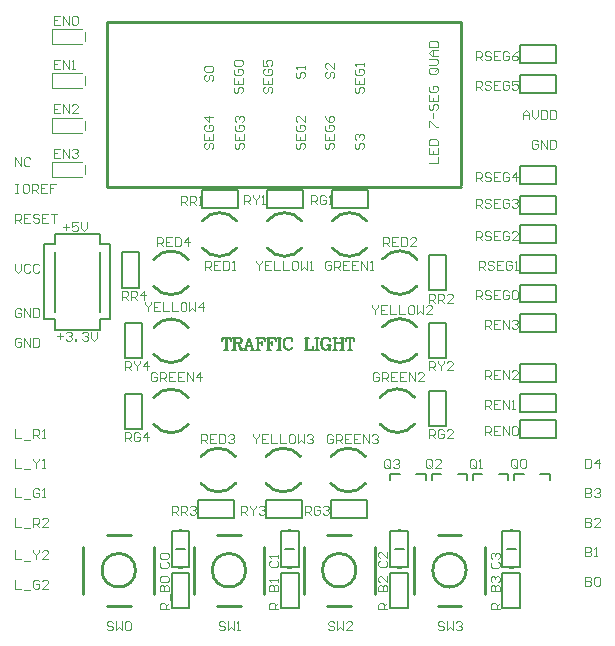
<source format=gto>
G04*
G04 #@! TF.GenerationSoftware,Altium Limited,Altium Designer,18.1.6 (161)*
G04*
G04 Layer_Color=65535*
%FSTAX24Y24*%
%MOIN*%
G70*
G01*
G75*
%ADD10C,0.0050*%
%ADD11C,0.0100*%
%ADD12C,0.0080*%
%ADD13C,0.0079*%
%ADD14C,0.0039*%
%ADD15C,0.0040*%
%ADD16C,0.0070*%
D10*
X046129Y022925D02*
G03*
X045734Y022925I-000197J-000493D01*
G01*
Y021741D02*
G03*
X046129Y021741I000197J000493D01*
G01*
X035105Y022925D02*
G03*
X03471Y022925I-000197J-000493D01*
G01*
Y021741D02*
G03*
X035105Y021741I000197J000493D01*
G01*
X042389Y022925D02*
G03*
X041994Y022925I-000197J-000493D01*
G01*
Y021741D02*
G03*
X042389Y021741I000197J000493D01*
G01*
X038747Y022925D02*
G03*
X038352Y022925I-000197J-000493D01*
G01*
Y021741D02*
G03*
X038747Y021741I000197J000493D01*
G01*
X045636Y021742D02*
X046227D01*
X045636Y022923D02*
X046227D01*
X045636Y021742D02*
Y022923D01*
X046227Y021742D02*
Y022923D01*
X045781Y022333D02*
X046082D01*
X034613Y021742D02*
X035203D01*
X034613Y022923D02*
X035203D01*
X034613Y021742D02*
Y022923D01*
X035203Y021742D02*
Y022923D01*
X034758Y022333D02*
X035058D01*
X041896Y021742D02*
X042487D01*
X041896Y022923D02*
X042487D01*
X041896Y021742D02*
Y022923D01*
X042487Y021742D02*
Y022923D01*
X042041Y022333D02*
X042341D01*
X038254Y021742D02*
X038845D01*
X038254Y022923D02*
X038845D01*
X038254Y021742D02*
Y022923D01*
X038845Y021742D02*
Y022923D01*
X0384Y022333D02*
X0387D01*
X047408Y029577D02*
Y030167D01*
X046227Y029577D02*
Y030167D01*
Y029577D02*
X047408D01*
X046227Y030167D02*
X047408D01*
Y027904D02*
Y028494D01*
X046227Y027904D02*
Y028494D01*
Y027904D02*
X047408D01*
X046227Y028494D02*
X047408D01*
Y026919D02*
Y02751D01*
X046227Y026919D02*
Y02751D01*
Y026919D02*
X047408D01*
X046227Y02751D02*
X047408D01*
Y026033D02*
Y026624D01*
X046227Y026033D02*
Y026624D01*
Y026033D02*
X047408D01*
X046227Y026624D02*
X047408D01*
Y038533D02*
Y039124D01*
X046227Y038533D02*
Y039124D01*
Y038533D02*
X047408D01*
X046227Y039124D02*
X047408D01*
Y034498D02*
Y035089D01*
X046227Y034498D02*
Y035089D01*
Y034498D02*
X047408D01*
X046227Y035089D02*
X047408D01*
Y037549D02*
Y03814D01*
X046227Y037549D02*
Y03814D01*
Y037549D02*
X047408D01*
X046227Y03814D02*
X047408D01*
Y03253D02*
Y03312D01*
X046227Y03253D02*
Y03312D01*
Y03253D02*
X047408D01*
X046227Y03312D02*
X047408D01*
Y031545D02*
Y032136D01*
X046227Y031545D02*
Y032136D01*
Y031545D02*
X047408D01*
X046227Y032136D02*
X047408D01*
Y030561D02*
Y031152D01*
X046227Y030561D02*
Y031152D01*
Y030561D02*
X047408D01*
X046227Y031152D02*
X047408D01*
Y033514D02*
Y034104D01*
X046227Y033514D02*
Y034104D01*
Y033514D02*
X047408D01*
X046227Y034104D02*
X047408D01*
X035498Y023376D02*
Y023967D01*
X03668Y023376D02*
Y023967D01*
X035498D02*
X03668D01*
X035498Y023376D02*
X03668D01*
X037762D02*
Y023967D01*
X038943Y023376D02*
Y023967D01*
X037762D02*
X038943D01*
X037762Y023376D02*
X038943D01*
X039928D02*
Y023967D01*
X041109Y023376D02*
Y023967D01*
X039928D02*
X041109D01*
X039928Y023376D02*
X041109D01*
X043176Y027608D02*
X043766D01*
X043176Y026427D02*
X043766D01*
Y027608D01*
X043176Y026427D02*
Y027608D01*
Y029872D02*
X043766D01*
X043176Y028691D02*
X043766D01*
Y029872D01*
X043176Y028691D02*
Y029872D01*
Y032136D02*
X043766D01*
X043176Y030955D02*
X043766D01*
Y032136D01*
X043176Y030955D02*
Y032136D01*
X033038Y02751D02*
X033628D01*
X033038Y026329D02*
X033628D01*
Y02751D01*
X033038Y026329D02*
Y02751D01*
Y029872D02*
X033628D01*
X033038Y028691D02*
X033628D01*
Y029872D01*
X033038Y028691D02*
Y029872D01*
X032939Y032226D02*
X03353D01*
X032939Y031045D02*
X03353D01*
Y032226D01*
X032939Y031045D02*
Y032226D01*
X035636Y033711D02*
Y034301D01*
X036817Y033711D02*
Y034301D01*
X035636D02*
X036817D01*
X035636Y033711D02*
X036817D01*
X037802D02*
Y034301D01*
X038983Y033711D02*
Y034301D01*
X037802D02*
X038983D01*
X037802Y033711D02*
X038983D01*
X039967D02*
Y034301D01*
X041148Y033711D02*
Y034301D01*
X039967D02*
X041148D01*
X039967Y033711D02*
X041148D01*
X045636Y021545D02*
X046227D01*
X045636Y020364D02*
X046227D01*
Y021545D01*
X045636Y020364D02*
Y021545D01*
X041896D02*
X042487D01*
X041896Y020364D02*
X042487D01*
Y021545D01*
X041896Y020364D02*
Y021545D01*
X038254D02*
X038845D01*
X038254Y020364D02*
X038845D01*
Y021545D01*
X038254Y020364D02*
Y021545D01*
X034613D02*
X035203D01*
X034613Y020364D02*
X035203D01*
Y021545D01*
X034613Y020364D02*
Y021545D01*
D11*
X037752Y024524D02*
G03*
X038905Y024523I000577J000446D01*
G01*
X038903Y02542D02*
G03*
X037757Y025421I-000574J-00045D01*
G01*
X041641Y028836D02*
G03*
X042787Y028835I000574J00045D01*
G01*
X042792Y029732D02*
G03*
X041639Y029733I-000577J-000446D01*
G01*
X035163Y029727D02*
G03*
X034017Y029728I-000574J-00045D01*
G01*
X034012Y028831D02*
G03*
X035165Y02883I000577J000446D01*
G01*
X038942Y03327D02*
G03*
X037796Y033272I-000574J-00045D01*
G01*
X037792Y032375D02*
G03*
X038944Y032373I000577J000446D01*
G01*
X036737Y02542D02*
G03*
X035591Y025421I-000574J-00045D01*
G01*
X035587Y024524D02*
G03*
X036739Y024523I000577J000446D01*
G01*
X041641Y0311D02*
G03*
X042787Y031098I000574J00045D01*
G01*
X042792Y031995D02*
G03*
X041639Y031997I-000577J-000446D01*
G01*
X035163Y031991D02*
G03*
X034017Y031992I-000574J-00045D01*
G01*
X034012Y031095D02*
G03*
X035165Y031094I000577J000446D01*
G01*
X036777Y03327D02*
G03*
X035631Y033272I-000574J-00045D01*
G01*
X035627Y032375D02*
G03*
X036779Y032373I000577J000446D01*
G01*
X041068Y02542D02*
G03*
X039922Y025421I-000574J-00045D01*
G01*
X039918Y024524D02*
G03*
X04107Y024523I000577J000446D01*
G01*
X041555Y026498D02*
G03*
X042701Y026496I000574J00045D01*
G01*
X042705Y027393D02*
G03*
X041553Y027394I-000577J-000446D01*
G01*
X035163Y027388D02*
G03*
X034017Y02739I-000574J-00045D01*
G01*
X034012Y026493D02*
G03*
X035165Y026491I000577J000446D01*
G01*
X041108Y03327D02*
G03*
X039961Y033272I-000574J-00045D01*
G01*
X039957Y032375D02*
G03*
X041109Y032373I000577J000446D01*
G01*
X044428Y021628D02*
G03*
X044428Y021628I-000559J0D01*
G01*
X040753Y021628D02*
G03*
X040753Y021628I-000559J0D01*
G01*
X037078D02*
G03*
X037078Y021628I-000559J0D01*
G01*
X033404Y021628D02*
G03*
X033404Y021628I-000559J0D01*
G01*
X043475Y020447D02*
X044262D01*
X042687Y020841D02*
Y022415D01*
X04505Y020841D02*
Y022415D01*
X043475Y022809D02*
X044262D01*
X0398Y020447D02*
X040588D01*
X039013Y020841D02*
Y022415D01*
X041375Y020841D02*
Y022415D01*
X0398Y022809D02*
X040588D01*
X036126Y020447D02*
X036913D01*
X035338Y020841D02*
Y022415D01*
X037701Y020841D02*
Y022415D01*
X036126Y022809D02*
X036913D01*
X032451Y020447D02*
X033239D01*
X031664Y020841D02*
Y022415D01*
X034026Y020841D02*
Y022415D01*
X032451Y022809D02*
X033239D01*
X032447Y039892D02*
X044258D01*
Y034459D02*
Y039892D01*
X032447Y034419D02*
X044258Y034419D01*
X032447Y034419D02*
Y039892D01*
D12*
X030713Y03025D02*
Y03225D01*
X032213Y03025D02*
Y03225D01*
X030713Y03285D02*
X032213D01*
X030713Y0325D02*
Y03285D01*
X030363Y0325D02*
X030713D01*
X030363Y03D02*
Y0325D01*
Y03D02*
X030713D01*
Y02965D02*
Y03D01*
Y02965D02*
X032213D01*
Y03D01*
X032563D01*
Y0325D01*
X032213D02*
X032563D01*
X032213D02*
Y03285D01*
D13*
X046896Y024833D02*
X047211D01*
Y024636D02*
Y024833D01*
X04603D02*
X046345D01*
X04603Y024636D02*
Y024833D01*
X042762D02*
X043077D01*
Y024636D02*
Y024833D01*
X041896D02*
X042211D01*
X041896Y024636D02*
Y024833D01*
X04414Y024833D02*
X044455D01*
Y024636D02*
Y024833D01*
X043274D02*
X043589D01*
X043274Y024636D02*
Y024833D01*
X045518Y024833D02*
X045833D01*
Y024636D02*
Y024833D01*
X044652D02*
X044967D01*
X044652Y024636D02*
Y024833D01*
D14*
X031718Y03484D02*
Y03514D01*
X030618Y03474D02*
X031618D01*
X030618Y03524D02*
X031618D01*
X030618Y03474D02*
Y03524D01*
X031718Y036317D02*
Y036617D01*
X030618Y036217D02*
X031618D01*
X030618Y036717D02*
X031618D01*
X030618Y036217D02*
Y036717D01*
X031718Y037793D02*
Y038093D01*
X030618Y037693D02*
X031618D01*
X030618Y038193D02*
X031618D01*
X030618Y037693D02*
Y038193D01*
X031718Y039269D02*
Y039569D01*
X030618Y039169D02*
X031618D01*
X030618Y039669D02*
X031618D01*
X030618Y039169D02*
Y039669D01*
D15*
X029396Y033219D02*
Y033518D01*
X029546D01*
X029596Y033468D01*
Y033368D01*
X029546Y033318D01*
X029396D01*
X029496D02*
X029596Y033219D01*
X029896Y033518D02*
X029696D01*
Y033219D01*
X029896D01*
X029696Y033368D02*
X029796D01*
X030196Y033468D02*
X030146Y033518D01*
X030046D01*
X029996Y033468D01*
Y033418D01*
X030046Y033368D01*
X030146D01*
X030196Y033318D01*
Y033268D01*
X030146Y033219D01*
X030046D01*
X029996Y033268D01*
X030496Y033518D02*
X030296D01*
Y033219D01*
X030496D01*
X030296Y033368D02*
X030396D01*
X030596Y033518D02*
X030796D01*
X030696D01*
Y033219D01*
X029596Y029335D02*
X029546Y029385D01*
X029446D01*
X029396Y029335D01*
Y029135D01*
X029446Y029085D01*
X029546D01*
X029596Y029135D01*
Y029235D01*
X029496D01*
X029696Y029085D02*
Y029385D01*
X029896Y029085D01*
Y029385D01*
X029996D02*
Y029085D01*
X030146D01*
X030196Y029135D01*
Y029335D01*
X030146Y029385D01*
X029996D01*
X029596Y030319D02*
X029546Y030369D01*
X029446D01*
X029396Y030319D01*
Y030119D01*
X029446Y030069D01*
X029546D01*
X029596Y030119D01*
Y030219D01*
X029496D01*
X029696Y030069D02*
Y030369D01*
X029896Y030069D01*
Y030369D01*
X029996D02*
Y030069D01*
X030146D01*
X030196Y030119D01*
Y030319D01*
X030146Y030369D01*
X029996D01*
X030774Y029431D02*
X030974D01*
X030874Y029531D02*
Y029331D01*
X031074Y029531D02*
X031124Y029581D01*
X031224D01*
X031274Y029531D01*
Y029481D01*
X031224Y029431D01*
X031174D01*
X031224D01*
X031274Y029381D01*
Y029331D01*
X031224Y029281D01*
X031124D01*
X031074Y029331D01*
X031374Y029281D02*
Y029331D01*
X031424D01*
Y029281D01*
X031374D01*
X031624Y029531D02*
X031674Y029581D01*
X031774D01*
X031824Y029531D01*
Y029481D01*
X031774Y029431D01*
X031724D01*
X031774D01*
X031824Y029381D01*
Y029331D01*
X031774Y029281D01*
X031674D01*
X031624Y029331D01*
X031924Y029581D02*
Y029381D01*
X032024Y029281D01*
X032124Y029381D01*
Y029581D01*
X029396Y034503D02*
X029496D01*
X029446D01*
Y034203D01*
X029396D01*
X029496D01*
X029796Y034503D02*
X029696D01*
X029646Y034453D01*
Y034253D01*
X029696Y034203D01*
X029796D01*
X029846Y034253D01*
Y034453D01*
X029796Y034503D01*
X029946Y034203D02*
Y034503D01*
X030096D01*
X030146Y034453D01*
Y034353D01*
X030096Y034303D01*
X029946D01*
X030046D02*
X030146Y034203D01*
X030446Y034503D02*
X030246D01*
Y034203D01*
X030446D01*
X030246Y034353D02*
X030346D01*
X030746Y034503D02*
X030546D01*
Y034353D01*
X030646D01*
X030546D01*
Y034203D01*
X029396Y035089D02*
Y035388D01*
X029596Y035089D01*
Y035388D01*
X029896Y035338D02*
X029846Y035388D01*
X029746D01*
X029696Y035338D01*
Y035139D01*
X029746Y035089D01*
X029846D01*
X029896Y035139D01*
X046325Y036663D02*
Y036863D01*
X046425Y036963D01*
X046525Y036863D01*
Y036663D01*
Y036813D01*
X046325D01*
X046625Y036963D02*
Y036763D01*
X046725Y036663D01*
X046825Y036763D01*
Y036963D01*
X046925D02*
Y036663D01*
X047075D01*
X047125Y036713D01*
Y036913D01*
X047075Y036963D01*
X046925D01*
X047225D02*
Y036663D01*
X047375D01*
X047425Y036713D01*
Y036913D01*
X047375Y036963D01*
X047225D01*
X048392Y025349D02*
Y025049D01*
X048542D01*
X048592Y025099D01*
Y025299D01*
X048542Y025349D01*
X048392D01*
X048842Y025049D02*
Y025349D01*
X048692Y025199D01*
X048892D01*
X04682Y035929D02*
X04677Y035979D01*
X04667D01*
X04662Y035929D01*
Y035729D01*
X04667Y035679D01*
X04677D01*
X04682Y035729D01*
Y035829D01*
X04672D01*
X04692Y035679D02*
Y035979D01*
X04712Y035679D01*
Y035979D01*
X04722D02*
Y035679D01*
X04737D01*
X04742Y035729D01*
Y035929D01*
X04737Y035979D01*
X04722D01*
X048392Y021412D02*
Y021112D01*
X048542D01*
X048592Y021162D01*
Y021212D01*
X048542Y021262D01*
X048392D01*
X048542D01*
X048592Y021312D01*
Y021362D01*
X048542Y021412D01*
X048392D01*
X048692Y021362D02*
X048742Y021412D01*
X048842D01*
X048892Y021362D01*
Y021162D01*
X048842Y021112D01*
X048742D01*
X048692Y021162D01*
Y021362D01*
X048392Y022396D02*
Y022096D01*
X048542D01*
X048592Y022146D01*
Y022196D01*
X048542Y022246D01*
X048392D01*
X048542D01*
X048592Y022296D01*
Y022346D01*
X048542Y022396D01*
X048392D01*
X048692Y022096D02*
X048792D01*
X048742D01*
Y022396D01*
X048692Y022346D01*
X048392Y023381D02*
Y023081D01*
X048542D01*
X048592Y023131D01*
Y023181D01*
X048542Y023231D01*
X048392D01*
X048542D01*
X048592Y023281D01*
Y023331D01*
X048542Y023381D01*
X048392D01*
X048892Y023081D02*
X048692D01*
X048892Y023281D01*
Y023331D01*
X048842Y023381D01*
X048742D01*
X048692Y023331D01*
X048392Y024365D02*
Y024065D01*
X048542D01*
X048592Y024115D01*
Y024165D01*
X048542Y024215D01*
X048392D01*
X048542D01*
X048592Y024265D01*
Y024315D01*
X048542Y024365D01*
X048392D01*
X048692Y024315D02*
X048742Y024365D01*
X048842D01*
X048892Y024315D01*
Y024265D01*
X048842Y024215D01*
X048792D01*
X048842D01*
X048892Y024165D01*
Y024115D01*
X048842Y024065D01*
X048742D01*
X048692Y024115D01*
X030971Y033073D02*
X031171D01*
X031071Y033173D02*
Y032973D01*
X031471Y033223D02*
X031271D01*
Y033073D01*
X031371Y033123D01*
X031421D01*
X031471Y033073D01*
Y032973D01*
X031421Y032923D01*
X031321D01*
X031271Y032973D01*
X031571Y033223D02*
Y033023D01*
X031671Y032923D01*
X031771Y033023D01*
Y033223D01*
X029396Y026333D02*
Y026033D01*
X029596D01*
X029696Y025983D02*
X029896D01*
X029996Y026033D02*
Y026333D01*
X030146D01*
X030196Y026283D01*
Y026183D01*
X030146Y026133D01*
X029996D01*
X030096D02*
X030196Y026033D01*
X030296D02*
X030396D01*
X030346D01*
Y026333D01*
X030296Y026283D01*
X029396Y025349D02*
Y025049D01*
X029596D01*
X029696Y024999D02*
X029896D01*
X029996Y025349D02*
Y025299D01*
X030096Y025199D01*
X030196Y025299D01*
Y025349D01*
X030096Y025199D02*
Y025049D01*
X030296D02*
X030396D01*
X030346D01*
Y025349D01*
X030296Y025299D01*
X029396Y024365D02*
Y024065D01*
X029596D01*
X029696Y024015D02*
X029896D01*
X030196Y024315D02*
X030146Y024365D01*
X030046D01*
X029996Y024315D01*
Y024115D01*
X030046Y024065D01*
X030146D01*
X030196Y024115D01*
Y024215D01*
X030096D01*
X030296Y024065D02*
X030396D01*
X030346D01*
Y024365D01*
X030296Y024315D01*
X029396Y023381D02*
Y023081D01*
X029596D01*
X029696Y023031D02*
X029896D01*
X029996Y023081D02*
Y023381D01*
X030146D01*
X030196Y023331D01*
Y023231D01*
X030146Y023181D01*
X029996D01*
X030096D02*
X030196Y023081D01*
X030496D02*
X030296D01*
X030496Y023281D01*
Y023331D01*
X030446Y023381D01*
X030346D01*
X030296Y023331D01*
X029396Y022298D02*
Y021998D01*
X029596D01*
X029696Y021948D02*
X029896D01*
X029996Y022298D02*
Y022248D01*
X030096Y022148D01*
X030196Y022248D01*
Y022298D01*
X030096Y022148D02*
Y021998D01*
X030496D02*
X030296D01*
X030496Y022198D01*
Y022248D01*
X030446Y022298D01*
X030346D01*
X030296Y022248D01*
X029396Y021314D02*
Y021014D01*
X029596D01*
X029696Y020964D02*
X029896D01*
X030196Y021264D02*
X030146Y021314D01*
X030046D01*
X029996Y021264D01*
Y021064D01*
X030046Y021014D01*
X030146D01*
X030196Y021064D01*
Y021164D01*
X030096D01*
X030496Y021014D02*
X030296D01*
X030496Y021214D01*
Y021264D01*
X030446Y021314D01*
X030346D01*
X030296Y021264D01*
X039776Y038241D02*
X039726Y038191D01*
Y038091D01*
X039776Y038041D01*
X039826D01*
X039876Y038091D01*
Y038191D01*
X039926Y038241D01*
X039976D01*
X040026Y038191D01*
Y038091D01*
X039976Y038041D01*
X040026Y038541D02*
Y038341D01*
X039826Y038541D01*
X039776D01*
X039726Y038491D01*
Y038391D01*
X039776Y038341D01*
X038792Y038241D02*
X038742Y038191D01*
Y038091D01*
X038792Y038041D01*
X038842D01*
X038892Y038091D01*
Y038191D01*
X038942Y038241D01*
X038992D01*
X039042Y038191D01*
Y038091D01*
X038992Y038041D01*
X039042Y038341D02*
Y038441D01*
Y038391D01*
X038742D01*
X038792Y038341D01*
X037709Y037749D02*
X037659Y037699D01*
Y037599D01*
X037709Y037549D01*
X037759D01*
X037809Y037599D01*
Y037699D01*
X037859Y037749D01*
X037909D01*
X037959Y037699D01*
Y037599D01*
X037909Y037549D01*
X037659Y038049D02*
Y037849D01*
X037959D01*
Y038049D01*
X037809Y037849D02*
Y037949D01*
X037709Y038349D02*
X037659Y038299D01*
Y038199D01*
X037709Y038149D01*
X037909D01*
X037959Y038199D01*
Y038299D01*
X037909Y038349D01*
X037809D01*
Y038249D01*
X037659Y038649D02*
Y038449D01*
X037809D01*
X037759Y038549D01*
Y038599D01*
X037809Y038649D01*
X037909D01*
X037959Y038599D01*
Y038499D01*
X037909Y038449D01*
X036725Y037749D02*
X036675Y037699D01*
Y037599D01*
X036725Y037549D01*
X036775D01*
X036825Y037599D01*
Y037699D01*
X036875Y037749D01*
X036925D01*
X036975Y037699D01*
Y037599D01*
X036925Y037549D01*
X036675Y038049D02*
Y037849D01*
X036975D01*
Y038049D01*
X036825Y037849D02*
Y037949D01*
X036725Y038349D02*
X036675Y038299D01*
Y038199D01*
X036725Y038149D01*
X036925D01*
X036975Y038199D01*
Y038299D01*
X036925Y038349D01*
X036825D01*
Y038249D01*
X036725Y038449D02*
X036675Y038499D01*
Y038599D01*
X036725Y038649D01*
X036925D01*
X036975Y038599D01*
Y038499D01*
X036925Y038449D01*
X036725D01*
X035741Y038143D02*
X035691Y038093D01*
Y037993D01*
X035741Y037943D01*
X035791D01*
X035841Y037993D01*
Y038093D01*
X035891Y038143D01*
X035941D01*
X035991Y038093D01*
Y037993D01*
X035941Y037943D01*
X035741Y038243D02*
X035691Y038293D01*
Y038393D01*
X035741Y038443D01*
X035941D01*
X035991Y038393D01*
Y038293D01*
X035941Y038243D01*
X035741D01*
X04076Y037749D02*
X04071Y037699D01*
Y037599D01*
X04076Y037549D01*
X04081D01*
X04086Y037599D01*
Y037699D01*
X04091Y037749D01*
X04096D01*
X04101Y037699D01*
Y037599D01*
X04096Y037549D01*
X04071Y038049D02*
Y037849D01*
X04101D01*
Y038049D01*
X04086Y037849D02*
Y037949D01*
X04076Y038349D02*
X04071Y038299D01*
Y038199D01*
X04076Y038149D01*
X04096D01*
X04101Y038199D01*
Y038299D01*
X04096Y038349D01*
X04086D01*
Y038249D01*
X04101Y038449D02*
Y038549D01*
Y038499D01*
X04071D01*
X04076Y038449D01*
Y035879D02*
X04071Y035829D01*
Y035729D01*
X04076Y035679D01*
X04081D01*
X04086Y035729D01*
Y035829D01*
X04091Y035879D01*
X04096D01*
X04101Y035829D01*
Y035729D01*
X04096Y035679D01*
X04076Y035979D02*
X04071Y036029D01*
Y036129D01*
X04076Y036179D01*
X04081D01*
X04086Y036129D01*
Y036079D01*
Y036129D01*
X04091Y036179D01*
X04096D01*
X04101Y036129D01*
Y036029D01*
X04096Y035979D01*
X039768Y035879D02*
X039718Y035829D01*
Y035729D01*
X039768Y035679D01*
X039818D01*
X039868Y035729D01*
Y035829D01*
X039918Y035879D01*
X039968D01*
X040018Y035829D01*
Y035729D01*
X039968Y035679D01*
X039718Y036179D02*
Y035979D01*
X040018D01*
Y036179D01*
X039868Y035979D02*
Y036079D01*
X039768Y036479D02*
X039718Y036429D01*
Y036329D01*
X039768Y036279D01*
X039968D01*
X040018Y036329D01*
Y036429D01*
X039968Y036479D01*
X039868D01*
Y036379D01*
X039718Y036779D02*
X039768Y036679D01*
X039868Y036579D01*
X039968D01*
X040018Y036629D01*
Y036729D01*
X039968Y036779D01*
X039918D01*
X039868Y036729D01*
Y036579D01*
X038792Y035879D02*
X038742Y035829D01*
Y035729D01*
X038792Y035679D01*
X038842D01*
X038892Y035729D01*
Y035829D01*
X038942Y035879D01*
X038992D01*
X039042Y035829D01*
Y035729D01*
X038992Y035679D01*
X038742Y036179D02*
Y035979D01*
X039042D01*
Y036179D01*
X038892Y035979D02*
Y036079D01*
X038792Y036479D02*
X038742Y036429D01*
Y036329D01*
X038792Y036279D01*
X038992D01*
X039042Y036329D01*
Y036429D01*
X038992Y036479D01*
X038892D01*
Y036379D01*
X039042Y036779D02*
Y036579D01*
X038842Y036779D01*
X038792D01*
X038742Y036729D01*
Y036629D01*
X038792Y036579D01*
X035741Y035879D02*
X035691Y035829D01*
Y035729D01*
X035741Y035679D01*
X035791D01*
X035841Y035729D01*
Y035829D01*
X035891Y035879D01*
X035941D01*
X035991Y035829D01*
Y035729D01*
X035941Y035679D01*
X035691Y036179D02*
Y035979D01*
X035991D01*
Y036179D01*
X035841Y035979D02*
Y036079D01*
X035741Y036479D02*
X035691Y036429D01*
Y036329D01*
X035741Y036279D01*
X035941D01*
X035991Y036329D01*
Y036429D01*
X035941Y036479D01*
X035841D01*
Y036379D01*
X035991Y036729D02*
X035691D01*
X035841Y036579D01*
Y036779D01*
X036762Y035879D02*
X036712Y035829D01*
Y035729D01*
X036762Y035679D01*
X036812D01*
X036862Y035729D01*
Y035829D01*
X036912Y035879D01*
X036962D01*
X037012Y035829D01*
Y035729D01*
X036962Y035679D01*
X036712Y036179D02*
Y035979D01*
X037012D01*
Y036179D01*
X036862Y035979D02*
Y036079D01*
X036762Y036479D02*
X036712Y036429D01*
Y036329D01*
X036762Y036279D01*
X036962D01*
X037012Y036329D01*
Y036429D01*
X036962Y036479D01*
X036862D01*
Y036379D01*
X036762Y036579D02*
X036712Y036629D01*
Y036729D01*
X036762Y036779D01*
X036812D01*
X036862Y036729D01*
Y036679D01*
Y036729D01*
X036912Y036779D01*
X036962D01*
X037012Y036729D01*
Y036629D01*
X036962Y036579D01*
X029396Y031845D02*
Y031645D01*
X029496Y031545D01*
X029596Y031645D01*
Y031845D01*
X029896Y031795D02*
X029846Y031845D01*
X029746D01*
X029696Y031795D01*
Y031595D01*
X029746Y031545D01*
X029846D01*
X029896Y031595D01*
X030196Y031795D02*
X030146Y031845D01*
X030046D01*
X029996Y031795D01*
Y031595D01*
X030046Y031545D01*
X030146D01*
X030196Y031595D01*
X045288Y021903D02*
X045238Y021853D01*
Y021753D01*
X045288Y021703D01*
X045488D01*
X045538Y021753D01*
Y021853D01*
X045488Y021903D01*
X045288Y022003D02*
X045238Y022053D01*
Y022153D01*
X045288Y022203D01*
X045338D01*
X045388Y022153D01*
Y022103D01*
Y022153D01*
X045438Y022203D01*
X045488D01*
X045538Y022153D01*
Y022053D01*
X045488Y022003D01*
X041548Y021942D02*
X041498Y021892D01*
Y021792D01*
X041548Y021742D01*
X041748D01*
X041798Y021792D01*
Y021892D01*
X041748Y021942D01*
X041798Y022242D02*
Y022042D01*
X041598Y022242D01*
X041548D01*
X041498Y022192D01*
Y022092D01*
X041548Y022042D01*
X037906Y021942D02*
X037856Y021892D01*
Y021792D01*
X037906Y021742D01*
X038106D01*
X038156Y021792D01*
Y021892D01*
X038106Y021942D01*
X038156Y022042D02*
Y022142D01*
Y022092D01*
X037856D01*
X037906Y022042D01*
X034256Y021903D02*
X034206Y021853D01*
Y021753D01*
X034256Y021703D01*
X034456D01*
X034506Y021753D01*
Y021853D01*
X034456Y021903D01*
X034256Y022003D02*
X034206Y022053D01*
Y022153D01*
X034256Y022203D01*
X034456D01*
X034506Y022153D01*
Y022053D01*
X034456Y022003D01*
X034256D01*
X044754Y038632D02*
Y038932D01*
X044904D01*
X044954Y038882D01*
Y038782D01*
X044904Y038732D01*
X044754D01*
X044854D02*
X044954Y038632D01*
X045254Y038882D02*
X045204Y038932D01*
X045104D01*
X045054Y038882D01*
Y038832D01*
X045104Y038782D01*
X045204D01*
X045254Y038732D01*
Y038682D01*
X045204Y038632D01*
X045104D01*
X045054Y038682D01*
X045554Y038932D02*
X045354D01*
Y038632D01*
X045554D01*
X045354Y038782D02*
X045454D01*
X045854Y038882D02*
X045804Y038932D01*
X045704D01*
X045654Y038882D01*
Y038682D01*
X045704Y038632D01*
X045804D01*
X045854Y038682D01*
Y038782D01*
X045754D01*
X046154Y038932D02*
X046054Y038882D01*
X045954Y038782D01*
Y038682D01*
X046004Y038632D01*
X046104D01*
X046154Y038682D01*
Y038732D01*
X046104Y038782D01*
X045954D01*
X044754Y037648D02*
Y037948D01*
X044904D01*
X044954Y037898D01*
Y037798D01*
X044904Y037748D01*
X044754D01*
X044854D02*
X044954Y037648D01*
X045254Y037898D02*
X045204Y037948D01*
X045104D01*
X045054Y037898D01*
Y037848D01*
X045104Y037798D01*
X045204D01*
X045254Y037748D01*
Y037698D01*
X045204Y037648D01*
X045104D01*
X045054Y037698D01*
X045554Y037948D02*
X045354D01*
Y037648D01*
X045554D01*
X045354Y037798D02*
X045454D01*
X045854Y037898D02*
X045804Y037948D01*
X045704D01*
X045654Y037898D01*
Y037698D01*
X045704Y037648D01*
X045804D01*
X045854Y037698D01*
Y037798D01*
X045754D01*
X046154Y037948D02*
X045954D01*
Y037798D01*
X046054Y037848D01*
X046104D01*
X046154Y037798D01*
Y037698D01*
X046104Y037648D01*
X046004D01*
X045954Y037698D01*
X044754Y034596D02*
Y034896D01*
X044904D01*
X044954Y034846D01*
Y034746D01*
X044904Y034696D01*
X044754D01*
X044854D02*
X044954Y034596D01*
X045254Y034846D02*
X045204Y034896D01*
X045104D01*
X045054Y034846D01*
Y034796D01*
X045104Y034746D01*
X045204D01*
X045254Y034696D01*
Y034646D01*
X045204Y034596D01*
X045104D01*
X045054Y034646D01*
X045554Y034896D02*
X045354D01*
Y034596D01*
X045554D01*
X045354Y034746D02*
X045454D01*
X045854Y034846D02*
X045804Y034896D01*
X045704D01*
X045654Y034846D01*
Y034646D01*
X045704Y034596D01*
X045804D01*
X045854Y034646D01*
Y034746D01*
X045754D01*
X046104Y034596D02*
Y034896D01*
X045954Y034746D01*
X046154D01*
X044754Y033711D02*
Y034011D01*
X044904D01*
X044954Y033961D01*
Y033861D01*
X044904Y033811D01*
X044754D01*
X044854D02*
X044954Y033711D01*
X045254Y033961D02*
X045204Y034011D01*
X045104D01*
X045054Y033961D01*
Y033911D01*
X045104Y033861D01*
X045204D01*
X045254Y033811D01*
Y033761D01*
X045204Y033711D01*
X045104D01*
X045054Y033761D01*
X045554Y034011D02*
X045354D01*
Y033711D01*
X045554D01*
X045354Y033861D02*
X045454D01*
X045854Y033961D02*
X045804Y034011D01*
X045704D01*
X045654Y033961D01*
Y033761D01*
X045704Y033711D01*
X045804D01*
X045854Y033761D01*
Y033861D01*
X045754D01*
X045954Y033961D02*
X046004Y034011D01*
X046104D01*
X046154Y033961D01*
Y033911D01*
X046104Y033861D01*
X046054D01*
X046104D01*
X046154Y033811D01*
Y033761D01*
X046104Y033711D01*
X046004D01*
X045954Y033761D01*
X044754Y032628D02*
Y032928D01*
X044904D01*
X044954Y032878D01*
Y032778D01*
X044904Y032728D01*
X044754D01*
X044854D02*
X044954Y032628D01*
X045254Y032878D02*
X045204Y032928D01*
X045104D01*
X045054Y032878D01*
Y032828D01*
X045104Y032778D01*
X045204D01*
X045254Y032728D01*
Y032678D01*
X045204Y032628D01*
X045104D01*
X045054Y032678D01*
X045554Y032928D02*
X045354D01*
Y032628D01*
X045554D01*
X045354Y032778D02*
X045454D01*
X045854Y032878D02*
X045804Y032928D01*
X045704D01*
X045654Y032878D01*
Y032678D01*
X045704Y032628D01*
X045804D01*
X045854Y032678D01*
Y032778D01*
X045754D01*
X046154Y032628D02*
X045954D01*
X046154Y032828D01*
Y032878D01*
X046104Y032928D01*
X046004D01*
X045954Y032878D01*
X044849Y031644D02*
Y031944D01*
X044999D01*
X045049Y031894D01*
Y031794D01*
X044999Y031744D01*
X044849D01*
X044949D02*
X045049Y031644D01*
X045349Y031894D02*
X045299Y031944D01*
X045199D01*
X045149Y031894D01*
Y031844D01*
X045199Y031794D01*
X045299D01*
X045349Y031744D01*
Y031694D01*
X045299Y031644D01*
X045199D01*
X045149Y031694D01*
X045649Y031944D02*
X045449D01*
Y031644D01*
X045649D01*
X045449Y031794D02*
X045549D01*
X045948Y031894D02*
X045898Y031944D01*
X045799D01*
X045749Y031894D01*
Y031694D01*
X045799Y031644D01*
X045898D01*
X045948Y031694D01*
Y031794D01*
X045848D01*
X046048Y031644D02*
X046148D01*
X046098D01*
Y031944D01*
X046048Y031894D01*
X044754Y030659D02*
Y030959D01*
X044904D01*
X044954Y030909D01*
Y030809D01*
X044904Y030759D01*
X044754D01*
X044854D02*
X044954Y030659D01*
X045254Y030909D02*
X045204Y030959D01*
X045104D01*
X045054Y030909D01*
Y030859D01*
X045104Y030809D01*
X045204D01*
X045254Y030759D01*
Y030709D01*
X045204Y030659D01*
X045104D01*
X045054Y030709D01*
X045554Y030959D02*
X045354D01*
Y030659D01*
X045554D01*
X045354Y030809D02*
X045454D01*
X045854Y030909D02*
X045804Y030959D01*
X045704D01*
X045654Y030909D01*
Y030709D01*
X045704Y030659D01*
X045804D01*
X045854Y030709D01*
Y030809D01*
X045754D01*
X045954Y030909D02*
X046004Y030959D01*
X046104D01*
X046154Y030909D01*
Y030709D01*
X046104Y030659D01*
X046004D01*
X045954Y030709D01*
Y030909D01*
X037312Y02616D02*
Y02611D01*
X037412Y02601D01*
X037512Y02611D01*
Y02616D01*
X037412Y02601D02*
Y02586D01*
X037812Y02616D02*
X037612D01*
Y02586D01*
X037812D01*
X037612Y02601D02*
X037712D01*
X037912Y02616D02*
Y02586D01*
X038112D01*
X038212Y02616D02*
Y02586D01*
X038412D01*
X038662Y02616D02*
X038562D01*
X038512Y02611D01*
Y02591D01*
X038562Y02586D01*
X038662D01*
X038712Y02591D01*
Y02611D01*
X038662Y02616D01*
X038812D02*
Y02586D01*
X038912Y02596D01*
X039012Y02586D01*
Y02616D01*
X039111Y02611D02*
X039161Y02616D01*
X039261D01*
X039311Y02611D01*
Y02606D01*
X039261Y02601D01*
X039211D01*
X039261D01*
X039311Y02596D01*
Y02591D01*
X039261Y02586D01*
X039161D01*
X039111Y02591D01*
X041298Y030467D02*
Y030417D01*
X041398Y030317D01*
X041498Y030417D01*
Y030467D01*
X041398Y030317D02*
Y030167D01*
X041797Y030467D02*
X041598D01*
Y030167D01*
X041797D01*
X041598Y030317D02*
X041698D01*
X041897Y030467D02*
Y030167D01*
X042097D01*
X042197Y030467D02*
Y030167D01*
X042397D01*
X042647Y030467D02*
X042547D01*
X042497Y030417D01*
Y030217D01*
X042547Y030167D01*
X042647D01*
X042697Y030217D01*
Y030417D01*
X042647Y030467D01*
X042797D02*
Y030167D01*
X042897Y030267D01*
X042997Y030167D01*
Y030467D01*
X043297Y030167D02*
X043097D01*
X043297Y030367D01*
Y030417D01*
X043247Y030467D01*
X043147D01*
X043097Y030417D01*
X033705Y030566D02*
Y030516D01*
X033805Y030416D01*
X033905Y030516D01*
Y030566D01*
X033805Y030416D02*
Y030266D01*
X034205Y030566D02*
X034005D01*
Y030266D01*
X034205D01*
X034005Y030416D02*
X034105D01*
X034305Y030566D02*
Y030266D01*
X034505D01*
X034605Y030566D02*
Y030266D01*
X034805D01*
X035054Y030566D02*
X034954D01*
X034905Y030516D01*
Y030316D01*
X034954Y030266D01*
X035054D01*
X035104Y030316D01*
Y030516D01*
X035054Y030566D01*
X035204D02*
Y030266D01*
X035304Y030366D01*
X035404Y030266D01*
Y030566D01*
X035654Y030266D02*
Y030566D01*
X035504Y030416D01*
X035704D01*
X037407Y031944D02*
Y031894D01*
X037507Y031794D01*
X037607Y031894D01*
Y031944D01*
X037507Y031794D02*
Y031644D01*
X037907Y031944D02*
X037707D01*
Y031644D01*
X037907D01*
X037707Y031794D02*
X037807D01*
X038007Y031944D02*
Y031644D01*
X038207D01*
X038307Y031944D02*
Y031644D01*
X038507D01*
X038757Y031944D02*
X038657D01*
X038607Y031894D01*
Y031694D01*
X038657Y031644D01*
X038757D01*
X038807Y031694D01*
Y031894D01*
X038757Y031944D01*
X038907D02*
Y031644D01*
X039006Y031744D01*
X039106Y031644D01*
Y031944D01*
X039206Y031644D02*
X039306D01*
X039256D01*
Y031944D01*
X039206Y031894D01*
X035597Y02586D02*
Y02616D01*
X035747D01*
X035797Y02611D01*
Y02601D01*
X035747Y02596D01*
X035597D01*
X035697D02*
X035797Y02586D01*
X036097Y02616D02*
X035897D01*
Y02586D01*
X036097D01*
X035897Y02601D02*
X035997D01*
X036197Y02616D02*
Y02586D01*
X036347D01*
X036397Y02591D01*
Y02611D01*
X036347Y02616D01*
X036197D01*
X036497Y02611D02*
X036547Y02616D01*
X036647D01*
X036696Y02611D01*
Y02606D01*
X036647Y02601D01*
X036597D01*
X036647D01*
X036696Y02596D01*
Y02591D01*
X036647Y02586D01*
X036547D01*
X036497Y02591D01*
X04166Y032431D02*
Y032731D01*
X04181D01*
X04186Y032681D01*
Y032581D01*
X04181Y032531D01*
X04166D01*
X04176D02*
X04186Y032431D01*
X04216Y032731D02*
X04196D01*
Y032431D01*
X04216D01*
X04196Y032581D02*
X04206D01*
X04226Y032731D02*
Y032431D01*
X04241D01*
X04246Y032481D01*
Y032681D01*
X04241Y032731D01*
X04226D01*
X042759Y032431D02*
X04256D01*
X042759Y032631D01*
Y032681D01*
X042709Y032731D01*
X04261D01*
X04256Y032681D01*
X034113Y032431D02*
Y032731D01*
X034263D01*
X034313Y032681D01*
Y032581D01*
X034263Y032531D01*
X034113D01*
X034213D02*
X034313Y032431D01*
X034612Y032731D02*
X034413D01*
Y032431D01*
X034612D01*
X034413Y032581D02*
X034512D01*
X034712Y032731D02*
Y032431D01*
X034862D01*
X034912Y032481D01*
Y032681D01*
X034862Y032731D01*
X034712D01*
X035162Y032431D02*
Y032731D01*
X035012Y032581D01*
X035212D01*
X035735Y031644D02*
Y031944D01*
X035885D01*
X035935Y031894D01*
Y031794D01*
X035885Y031744D01*
X035735D01*
X035835D02*
X035935Y031644D01*
X036234Y031944D02*
X036035D01*
Y031644D01*
X036234D01*
X036035Y031794D02*
X036135D01*
X036334Y031944D02*
Y031644D01*
X036484D01*
X036534Y031694D01*
Y031894D01*
X036484Y031944D01*
X036334D01*
X036634Y031644D02*
X036734D01*
X036684D01*
Y031944D01*
X036634Y031894D01*
X039984Y02611D02*
X039934Y02616D01*
X039834D01*
X039784Y02611D01*
Y02591D01*
X039834Y02586D01*
X039934D01*
X039984Y02591D01*
Y02601D01*
X039884D01*
X040084Y02586D02*
Y02616D01*
X040233D01*
X040283Y02611D01*
Y02601D01*
X040233Y02596D01*
X040084D01*
X040184D02*
X040283Y02586D01*
X040583Y02616D02*
X040383D01*
Y02586D01*
X040583D01*
X040383Y02601D02*
X040483D01*
X040883Y02616D02*
X040683D01*
Y02586D01*
X040883D01*
X040683Y02601D02*
X040783D01*
X040983Y02586D02*
Y02616D01*
X041183Y02586D01*
Y02616D01*
X041283Y02611D02*
X041333Y02616D01*
X041433D01*
X041483Y02611D01*
Y02606D01*
X041433Y02601D01*
X041383D01*
X041433D01*
X041483Y02596D01*
Y02591D01*
X041433Y02586D01*
X041333D01*
X041283Y02591D01*
X041509Y028177D02*
X041459Y028227D01*
X041359D01*
X041309Y028177D01*
Y027977D01*
X041359Y027927D01*
X041459D01*
X041509Y027977D01*
Y028077D01*
X041409D01*
X041609Y027927D02*
Y028227D01*
X041759D01*
X041809Y028177D01*
Y028077D01*
X041759Y028027D01*
X041609D01*
X041709D02*
X041809Y027927D01*
X042109Y028227D02*
X041909D01*
Y027927D01*
X042109D01*
X041909Y028077D02*
X042009D01*
X042409Y028227D02*
X042209D01*
Y027927D01*
X042409D01*
X042209Y028077D02*
X042309D01*
X042509Y027927D02*
Y028227D01*
X042709Y027927D01*
Y028227D01*
X043009Y027927D02*
X042809D01*
X043009Y028127D01*
Y028177D01*
X042959Y028227D01*
X042859D01*
X042809Y028177D01*
X034113D02*
X034063Y028227D01*
X033963D01*
X033913Y028177D01*
Y027977D01*
X033963Y027927D01*
X034063D01*
X034113Y027977D01*
Y028077D01*
X034013D01*
X034213Y027927D02*
Y028227D01*
X034363D01*
X034413Y028177D01*
Y028077D01*
X034363Y028027D01*
X034213D01*
X034313D02*
X034413Y027927D01*
X034712Y028227D02*
X034512D01*
Y027927D01*
X034712D01*
X034512Y028077D02*
X034612D01*
X035012Y028227D02*
X034812D01*
Y027927D01*
X035012D01*
X034812Y028077D02*
X034912D01*
X035112Y027927D02*
Y028227D01*
X035312Y027927D01*
Y028227D01*
X035562Y027927D02*
Y028227D01*
X035412Y028077D01*
X035612D01*
X039931Y031894D02*
X039881Y031944D01*
X039781D01*
X039731Y031894D01*
Y031694D01*
X039781Y031644D01*
X039881D01*
X039931Y031694D01*
Y031794D01*
X039831D01*
X040031Y031644D02*
Y031944D01*
X040181D01*
X040231Y031894D01*
Y031794D01*
X040181Y031744D01*
X040031D01*
X040131D02*
X040231Y031644D01*
X04053Y031944D02*
X040331D01*
Y031644D01*
X04053D01*
X040331Y031794D02*
X04043D01*
X04083Y031944D02*
X04063D01*
Y031644D01*
X04083D01*
X04063Y031794D02*
X04073D01*
X04093Y031644D02*
Y031944D01*
X04113Y031644D01*
Y031944D01*
X04123Y031644D02*
X04133D01*
X04128D01*
Y031944D01*
X04123Y031894D01*
X032939Y030652D02*
Y030951D01*
X033089D01*
X033139Y030901D01*
Y030802D01*
X033089Y030752D01*
X032939D01*
X033039D02*
X033139Y030652D01*
X033239D02*
Y030951D01*
X033389D01*
X033439Y030901D01*
Y030802D01*
X033389Y030752D01*
X033239D01*
X033339D02*
X033439Y030652D01*
X033689D02*
Y030951D01*
X033539Y030802D01*
X033739D01*
X033038Y028297D02*
Y028597D01*
X033188D01*
X033238Y028547D01*
Y028447D01*
X033188Y028397D01*
X033038D01*
X033138D02*
X033238Y028297D01*
X033338Y028597D02*
Y028547D01*
X033438Y028447D01*
X033538Y028547D01*
Y028597D01*
X033438Y028447D02*
Y028297D01*
X033788D02*
Y028597D01*
X033638Y028447D01*
X033838D01*
X033038Y025935D02*
Y026235D01*
X033188D01*
X033238Y026185D01*
Y026085D01*
X033188Y026035D01*
X033038D01*
X033138D02*
X033238Y025935D01*
X033538Y026185D02*
X033488Y026235D01*
X033388D01*
X033338Y026185D01*
Y025985D01*
X033388Y025935D01*
X033488D01*
X033538Y025985D01*
Y026085D01*
X033438D01*
X033788Y025935D02*
Y026235D01*
X033638Y026085D01*
X033838D01*
X034613Y023474D02*
Y023774D01*
X034763D01*
X034813Y023724D01*
Y023624D01*
X034763Y023574D01*
X034613D01*
X034713D02*
X034813Y023474D01*
X034913D02*
Y023774D01*
X035062D01*
X035112Y023724D01*
Y023624D01*
X035062Y023574D01*
X034913D01*
X035012D02*
X035112Y023474D01*
X035212Y023724D02*
X035262Y023774D01*
X035362D01*
X035412Y023724D01*
Y023674D01*
X035362Y023624D01*
X035312D01*
X035362D01*
X035412Y023574D01*
Y023524D01*
X035362Y023474D01*
X035262D01*
X035212Y023524D01*
X036913Y023474D02*
Y023774D01*
X037063D01*
X037113Y023724D01*
Y023624D01*
X037063Y023574D01*
X036913D01*
X037013D02*
X037113Y023474D01*
X037213Y023774D02*
Y023724D01*
X037313Y023624D01*
X037413Y023724D01*
Y023774D01*
X037313Y023624D02*
Y023474D01*
X037513Y023724D02*
X037563Y023774D01*
X037663D01*
X037713Y023724D01*
Y023674D01*
X037663Y023624D01*
X037613D01*
X037663D01*
X037713Y023574D01*
Y023524D01*
X037663Y023474D01*
X037563D01*
X037513Y023524D01*
X039042Y023474D02*
Y023774D01*
X039192D01*
X039242Y023724D01*
Y023624D01*
X039192Y023574D01*
X039042D01*
X039142D02*
X039242Y023474D01*
X039542Y023724D02*
X039492Y023774D01*
X039392D01*
X039342Y023724D01*
Y023524D01*
X039392Y023474D01*
X039492D01*
X039542Y023524D01*
Y023624D01*
X039442D01*
X039642Y023724D02*
X039692Y023774D01*
X039791D01*
X039841Y023724D01*
Y023674D01*
X039791Y023624D01*
X039742D01*
X039791D01*
X039841Y023574D01*
Y023524D01*
X039791Y023474D01*
X039692D01*
X039642Y023524D01*
X043176Y026033D02*
Y026333D01*
X043326D01*
X043376Y026283D01*
Y026183D01*
X043326Y026133D01*
X043176D01*
X043276D02*
X043376Y026033D01*
X043675Y026283D02*
X043625Y026333D01*
X043525D01*
X043475Y026283D01*
Y026083D01*
X043525Y026033D01*
X043625D01*
X043675Y026083D01*
Y026183D01*
X043575D01*
X043975Y026033D02*
X043775D01*
X043975Y026233D01*
Y026283D01*
X043925Y026333D01*
X043825D01*
X043775Y026283D01*
X043176Y028297D02*
Y028597D01*
X043326D01*
X043376Y028547D01*
Y028447D01*
X043326Y028397D01*
X043176D01*
X043276D02*
X043376Y028297D01*
X043475Y028597D02*
Y028547D01*
X043575Y028447D01*
X043675Y028547D01*
Y028597D01*
X043575Y028447D02*
Y028297D01*
X043975D02*
X043775D01*
X043975Y028497D01*
Y028547D01*
X043925Y028597D01*
X043825D01*
X043775Y028547D01*
X043176Y030541D02*
Y030841D01*
X043326D01*
X043376Y030791D01*
Y030691D01*
X043326Y030641D01*
X043176D01*
X043276D02*
X043376Y030541D01*
X043475D02*
Y030841D01*
X043625D01*
X043675Y030791D01*
Y030691D01*
X043625Y030641D01*
X043475D01*
X043575D02*
X043675Y030541D01*
X043975D02*
X043775D01*
X043975Y030741D01*
Y030791D01*
X043925Y030841D01*
X043825D01*
X043775Y030791D01*
X039239Y033833D02*
Y034133D01*
X039389D01*
X039439Y034083D01*
Y033983D01*
X039389Y033933D01*
X039239D01*
X039339D02*
X039439Y033833D01*
X039738Y034083D02*
X039688Y034133D01*
X039588D01*
X039538Y034083D01*
Y033883D01*
X039588Y033833D01*
X039688D01*
X039738Y033883D01*
Y033983D01*
X039638D01*
X039838Y033833D02*
X039938D01*
X039888D01*
Y034133D01*
X039838Y034083D01*
X037012Y033833D02*
Y034133D01*
X037162D01*
X037211Y034083D01*
Y033983D01*
X037162Y033933D01*
X037012D01*
X037112D02*
X037211Y033833D01*
X037311Y034133D02*
Y034083D01*
X037411Y033983D01*
X037511Y034083D01*
Y034133D01*
X037411Y033983D02*
Y033833D01*
X037611D02*
X037711D01*
X037661D01*
Y034133D01*
X037611Y034083D01*
X034908Y033809D02*
Y034109D01*
X035058D01*
X035108Y034059D01*
Y033959D01*
X035058Y033909D01*
X034908D01*
X035008D02*
X035108Y033809D01*
X035208D02*
Y034109D01*
X035358D01*
X035408Y034059D01*
Y033959D01*
X035358Y033909D01*
X035208D01*
X035308D02*
X035408Y033809D01*
X035508D02*
X035608D01*
X035558D01*
Y034109D01*
X035508Y034059D01*
X043671Y019886D02*
X043621Y019936D01*
X043521D01*
X043471Y019886D01*
Y019836D01*
X043521Y019786D01*
X043621D01*
X043671Y019736D01*
Y019686D01*
X043621Y019636D01*
X043521D01*
X043471Y019686D01*
X043771Y019936D02*
Y019636D01*
X043871Y019736D01*
X043971Y019636D01*
Y019936D01*
X044071Y019886D02*
X044121Y019936D01*
X044221D01*
X044271Y019886D01*
Y019836D01*
X044221Y019786D01*
X044171D01*
X044221D01*
X044271Y019736D01*
Y019686D01*
X044221Y019636D01*
X044121D01*
X044071Y019686D01*
X040029Y019886D02*
X039979Y019936D01*
X039879D01*
X039829Y019886D01*
Y019836D01*
X039879Y019786D01*
X039979D01*
X040029Y019736D01*
Y019686D01*
X039979Y019636D01*
X039879D01*
X039829Y019686D01*
X040129Y019936D02*
Y019636D01*
X040229Y019736D01*
X040329Y019636D01*
Y019936D01*
X040629Y019636D02*
X040429D01*
X040629Y019836D01*
Y019886D01*
X040579Y019936D01*
X040479D01*
X040429Y019886D01*
X036387D02*
X036337Y019936D01*
X036237D01*
X036187Y019886D01*
Y019836D01*
X036237Y019786D01*
X036337D01*
X036387Y019736D01*
Y019686D01*
X036337Y019636D01*
X036237D01*
X036187Y019686D01*
X036487Y019936D02*
Y019636D01*
X036587Y019736D01*
X036687Y019636D01*
Y019936D01*
X036787Y019636D02*
X036887D01*
X036837D01*
Y019936D01*
X036787Y019886D01*
X032647D02*
X032597Y019936D01*
X032497D01*
X032447Y019886D01*
Y019836D01*
X032497Y019786D01*
X032597D01*
X032647Y019736D01*
Y019686D01*
X032597Y019636D01*
X032497D01*
X032447Y019686D01*
X032747Y019936D02*
Y019636D01*
X032847Y019736D01*
X032947Y019636D01*
Y019936D01*
X033047Y019886D02*
X033097Y019936D01*
X033197D01*
X033247Y019886D01*
Y019686D01*
X033197Y019636D01*
X033097D01*
X033047Y019686D01*
Y019886D01*
X045538Y020325D02*
X045238D01*
Y020475D01*
X045288Y020525D01*
X045388D01*
X045438Y020475D01*
Y020325D01*
Y020425D02*
X045538Y020525D01*
X045588Y020625D02*
Y020825D01*
X045238Y020925D02*
X045538D01*
Y021075D01*
X045488Y021125D01*
X045438D01*
X045388Y021075D01*
Y020925D01*
Y021075D01*
X045338Y021125D01*
X045288D01*
X045238Y021075D01*
Y020925D01*
X045288Y021225D02*
X045238Y021274D01*
Y021374D01*
X045288Y021424D01*
X045338D01*
X045388Y021374D01*
Y021324D01*
Y021374D01*
X045438Y021424D01*
X045488D01*
X045538Y021374D01*
Y021274D01*
X045488Y021225D01*
X041794Y020325D02*
X041494D01*
Y020475D01*
X041544Y020525D01*
X041644D01*
X041694Y020475D01*
Y020325D01*
Y020425D02*
X041794Y020525D01*
X041844Y020625D02*
Y020825D01*
X041494Y020925D02*
X041794D01*
Y021075D01*
X041744Y021125D01*
X041694D01*
X041644Y021075D01*
Y020925D01*
Y021075D01*
X041594Y021125D01*
X041544D01*
X041494Y021075D01*
Y020925D01*
X041794Y021424D02*
Y021225D01*
X041594Y021424D01*
X041544D01*
X041494Y021374D01*
Y021274D01*
X041544Y021225D01*
X045046Y029675D02*
Y029975D01*
X045196D01*
X045246Y029925D01*
Y029825D01*
X045196Y029775D01*
X045046D01*
X045146D02*
X045246Y029675D01*
X045546Y029975D02*
X045346D01*
Y029675D01*
X045546D01*
X045346Y029825D02*
X045446D01*
X045645Y029675D02*
Y029975D01*
X045845Y029675D01*
Y029975D01*
X045945Y029925D02*
X045995Y029975D01*
X046095D01*
X046145Y029925D01*
Y029875D01*
X046095Y029825D01*
X046045D01*
X046095D01*
X046145Y029775D01*
Y029725D01*
X046095Y029675D01*
X045995D01*
X045945Y029725D01*
X045046Y028002D02*
Y028302D01*
X045196D01*
X045246Y028252D01*
Y028152D01*
X045196Y028102D01*
X045046D01*
X045146D02*
X045246Y028002D01*
X045546Y028302D02*
X045346D01*
Y028002D01*
X045546D01*
X045346Y028152D02*
X045446D01*
X045645Y028002D02*
Y028302D01*
X045845Y028002D01*
Y028302D01*
X046145Y028002D02*
X045945D01*
X046145Y028202D01*
Y028252D01*
X046095Y028302D01*
X045995D01*
X045945Y028252D01*
X045046Y027018D02*
Y027318D01*
X045196D01*
X045246Y027268D01*
Y027168D01*
X045196Y027118D01*
X045046D01*
X045146D02*
X045246Y027018D01*
X045546Y027318D02*
X045346D01*
Y027018D01*
X045546D01*
X045346Y027168D02*
X045446D01*
X045645Y027018D02*
Y027318D01*
X045845Y027018D01*
Y027318D01*
X045945Y027018D02*
X046045D01*
X045995D01*
Y027318D01*
X045945Y027268D01*
X045046Y026132D02*
Y026432D01*
X045196D01*
X045246Y026382D01*
Y026282D01*
X045196Y026232D01*
X045046D01*
X045146D02*
X045246Y026132D01*
X045546Y026432D02*
X045346D01*
Y026132D01*
X045546D01*
X045346Y026282D02*
X045446D01*
X045645Y026132D02*
Y026432D01*
X045845Y026132D01*
Y026432D01*
X045945Y026382D02*
X045995Y026432D01*
X046095D01*
X046145Y026382D01*
Y026182D01*
X046095Y026132D01*
X045995D01*
X045945Y026182D01*
Y026382D01*
X038156Y020341D02*
X037856D01*
Y020491D01*
X037906Y02054D01*
X038006D01*
X038056Y020491D01*
Y020341D01*
Y020441D02*
X038156Y02054D01*
X038206Y02064D02*
Y02084D01*
X037856Y02094D02*
X038156D01*
Y02109D01*
X038106Y02114D01*
X038056D01*
X038006Y02109D01*
Y02094D01*
Y02109D01*
X037956Y02114D01*
X037906D01*
X037856Y02109D01*
Y02094D01*
X038156Y02124D02*
Y02134D01*
Y02129D01*
X037856D01*
X037906Y02124D01*
X034514Y020325D02*
X034214D01*
Y020475D01*
X034264Y020525D01*
X034364D01*
X034414Y020475D01*
Y020325D01*
Y020425D02*
X034514Y020525D01*
X034564Y020625D02*
Y020825D01*
X034214Y020925D02*
X034514D01*
Y021075D01*
X034464Y021125D01*
X034414D01*
X034364Y021075D01*
Y020925D01*
Y021075D01*
X034314Y021125D01*
X034264D01*
X034214Y021075D01*
Y020925D01*
X034264Y021225D02*
X034214Y021274D01*
Y021374D01*
X034264Y021424D01*
X034464D01*
X034514Y021374D01*
Y021274D01*
X034464Y021225D01*
X034264D01*
X041899Y025076D02*
Y025276D01*
X041849Y025326D01*
X041749D01*
X041699Y025276D01*
Y025076D01*
X041749Y025026D01*
X041849D01*
X041799Y025126D02*
X041899Y025026D01*
X041849D02*
X041899Y025076D01*
X041999Y025276D02*
X042049Y025326D01*
X042149D01*
X042199Y025276D01*
Y025226D01*
X042149Y025176D01*
X042099D01*
X042149D01*
X042199Y025126D01*
Y025076D01*
X042149Y025026D01*
X042049D01*
X041999Y025076D01*
X043277Y025099D02*
Y025299D01*
X043227Y025349D01*
X043127D01*
X043077Y025299D01*
Y025099D01*
X043127Y025049D01*
X043227D01*
X043177Y025149D02*
X043277Y025049D01*
X043227D02*
X043277Y025099D01*
X043577Y025049D02*
X043377D01*
X043577Y025249D01*
Y025299D01*
X043527Y025349D01*
X043427D01*
X043377Y025299D01*
X044753Y025076D02*
Y025276D01*
X044703Y025326D01*
X044604D01*
X044554Y025276D01*
Y025076D01*
X044604Y025026D01*
X044703D01*
X044654Y025126D02*
X044753Y025026D01*
X044703D02*
X044753Y025076D01*
X044853Y025026D02*
X044953D01*
X044903D01*
Y025326D01*
X044853Y025276D01*
X046131Y025099D02*
Y025299D01*
X046081Y025349D01*
X045981D01*
X045932Y025299D01*
Y025099D01*
X045981Y025049D01*
X046081D01*
X046031Y025149D02*
X046131Y025049D01*
X046081D02*
X046131Y025099D01*
X046231Y025299D02*
X046281Y025349D01*
X046381D01*
X046431Y025299D01*
Y025099D01*
X046381Y025049D01*
X046281D01*
X046231Y025099D01*
Y025299D01*
X043171Y035187D02*
X043471D01*
Y035387D01*
X043171Y035687D02*
Y035487D01*
X043471D01*
Y035687D01*
X043321Y035487D02*
Y035587D01*
X043171Y035787D02*
X043471D01*
Y035937D01*
X043421Y035987D01*
X043221D01*
X043171Y035937D01*
Y035787D01*
Y036387D02*
Y036587D01*
X043221D01*
X043421Y036387D01*
X043471D01*
X043321Y036687D02*
Y036886D01*
X043221Y037186D02*
X043171Y037136D01*
Y037036D01*
X043221Y036986D01*
X043271D01*
X043321Y037036D01*
Y037136D01*
X043371Y037186D01*
X043421D01*
X043471Y037136D01*
Y037036D01*
X043421Y036986D01*
X043171Y037486D02*
Y037286D01*
X043471D01*
Y037486D01*
X043321Y037286D02*
Y037386D01*
X043221Y037786D02*
X043171Y037736D01*
Y037636D01*
X043221Y037586D01*
X043421D01*
X043471Y037636D01*
Y037736D01*
X043421Y037786D01*
X043321D01*
Y037686D01*
X043421Y038386D02*
X043221D01*
X043171Y038336D01*
Y038236D01*
X043221Y038186D01*
X043421D01*
X043471Y038236D01*
Y038336D01*
X043371Y038286D02*
X043471Y038386D01*
Y038336D02*
X043421Y038386D01*
X043171Y038486D02*
X043421D01*
X043471Y038536D01*
Y038636D01*
X043421Y038686D01*
X043171D01*
X043471Y038786D02*
X043271D01*
X043171Y038886D01*
X043271Y038986D01*
X043471D01*
X043321D01*
Y038786D01*
X043171Y039086D02*
X043471D01*
Y039236D01*
X043421Y039286D01*
X043221D01*
X043171Y039236D01*
Y039086D01*
X030876Y035684D02*
X030676D01*
Y035384D01*
X030876D01*
X030676Y035534D02*
X030776D01*
X030975Y035384D02*
Y035684D01*
X031175Y035384D01*
Y035684D01*
X031275Y035634D02*
X031325Y035684D01*
X031425D01*
X031475Y035634D01*
Y035584D01*
X031425Y035534D01*
X031375D01*
X031425D01*
X031475Y035484D01*
Y035434D01*
X031425Y035384D01*
X031325D01*
X031275Y035434D01*
X030876Y03716D02*
X030676D01*
Y03686D01*
X030876D01*
X030676Y03701D02*
X030776D01*
X030975Y03686D02*
Y03716D01*
X031175Y03686D01*
Y03716D01*
X031475Y03686D02*
X031275D01*
X031475Y03706D01*
Y03711D01*
X031425Y03716D01*
X031325D01*
X031275Y03711D01*
X030876Y038648D02*
X030676D01*
Y038348D01*
X030876D01*
X030676Y038498D02*
X030776D01*
X030975Y038348D02*
Y038648D01*
X031175Y038348D01*
Y038648D01*
X031275Y038348D02*
X031375D01*
X031325D01*
Y038648D01*
X031275Y038598D01*
X030876Y040113D02*
X030676D01*
Y039813D01*
X030876D01*
X030676Y039963D02*
X030776D01*
X030975Y039813D02*
Y040113D01*
X031175Y039813D01*
Y040113D01*
X031275Y040063D02*
X031325Y040113D01*
X031425D01*
X031475Y040063D01*
Y039863D01*
X031425Y039813D01*
X031325D01*
X031275Y039863D01*
Y040063D01*
D16*
X036419Y029386D02*
Y028986D01*
X036438Y029386D02*
Y028986D01*
X036305Y029386D02*
X036286Y029272D01*
Y029386D01*
X036571D01*
Y029272D01*
X036552Y029386D01*
X036362Y028986D02*
X036495D01*
X036686Y029386D02*
Y028986D01*
X036705Y029386D02*
Y028986D01*
X036629Y029386D02*
X036857D01*
X036914Y029367D01*
X036933Y029348D01*
X036952Y02931D01*
Y029272D01*
X036933Y029234D01*
X036914Y029215D01*
X036857Y029196D01*
X036705D01*
X036857Y029386D02*
X036895Y029367D01*
X036914Y029348D01*
X036933Y02931D01*
Y029272D01*
X036914Y029234D01*
X036895Y029215D01*
X036857Y029196D01*
X036629Y028986D02*
X036762D01*
X0368Y029196D02*
X036838Y029177D01*
X036857Y029158D01*
X036914Y029024D01*
X036933Y029005D01*
X036952D01*
X036971Y029024D01*
X036838Y029177D02*
X036857Y029139D01*
X036895Y029005D01*
X036914Y028986D01*
X036952D01*
X036971Y029024D01*
Y029043D01*
X037194Y029386D02*
X037061Y028986D01*
X037194Y029386D02*
X037328Y028986D01*
X037194Y029329D02*
X037308Y028986D01*
X037099Y0291D02*
X03727D01*
X037023Y028986D02*
X037137D01*
X037251D02*
X037366D01*
X037474Y029386D02*
Y028986D01*
X037493Y029386D02*
Y028986D01*
X037607Y029272D02*
Y02912D01*
X037417Y029386D02*
X037722D01*
Y029272D01*
X037703Y029386D01*
X037493Y029196D02*
X037607D01*
X037417Y028986D02*
X03755D01*
X037834Y029386D02*
Y028986D01*
X037853Y029386D02*
Y028986D01*
X037967Y029272D02*
Y02912D01*
X037777Y029386D02*
X038082D01*
Y029272D01*
X038063Y029386D01*
X037853Y029196D02*
X037967D01*
X037777Y028986D02*
X03791D01*
X038194Y029386D02*
Y028986D01*
X038213Y029386D02*
Y028986D01*
X038137Y029386D02*
X03827D01*
X038137Y028986D02*
X03827D01*
X038609Y029329D02*
X038628Y029272D01*
Y029386D01*
X038609Y029329D01*
X038571Y029367D01*
X038514Y029386D01*
X038476D01*
X038419Y029367D01*
X038381Y029329D01*
X038362Y029291D01*
X038343Y029234D01*
Y029139D01*
X038362Y029081D01*
X038381Y029043D01*
X038419Y029005D01*
X038476Y028986D01*
X038514D01*
X038571Y029005D01*
X038609Y029043D01*
X038628Y029081D01*
X038476Y029386D02*
X038438Y029367D01*
X0384Y029329D01*
X038381Y029291D01*
X038362Y029234D01*
Y029139D01*
X038381Y029081D01*
X0384Y029043D01*
X038438Y029005D01*
X038476Y028986D01*
X039102Y029386D02*
Y028986D01*
X039121Y029386D02*
Y028986D01*
X039045Y029386D02*
X039179D01*
X039045Y028986D02*
X039331D01*
Y0291D01*
X039312Y028986D01*
X039445Y029386D02*
Y028986D01*
X039464Y029386D02*
Y028986D01*
X039388Y029386D02*
X039521D01*
X039388Y028986D02*
X039521D01*
X03986Y029329D02*
X039879Y029272D01*
Y029386D01*
X03986Y029329D01*
X039822Y029367D01*
X039765Y029386D01*
X039727D01*
X03967Y029367D01*
X039632Y029329D01*
X039613Y029291D01*
X039594Y029234D01*
Y029139D01*
X039613Y029081D01*
X039632Y029043D01*
X03967Y029005D01*
X039727Y028986D01*
X039765D01*
X039822Y029005D01*
X03986Y029043D01*
X039727Y029386D02*
X039689Y029367D01*
X039651Y029329D01*
X039632Y029291D01*
X039613Y029234D01*
Y029139D01*
X039632Y029081D01*
X039651Y029043D01*
X039689Y029005D01*
X039727Y028986D01*
X03986Y029139D02*
Y028986D01*
X039879Y029139D02*
Y028986D01*
X039803Y029139D02*
X039936D01*
X040045Y029386D02*
Y028986D01*
X040064Y029386D02*
Y028986D01*
X040293Y029386D02*
Y028986D01*
X040312Y029386D02*
Y028986D01*
X039988Y029386D02*
X040121D01*
X040235D02*
X040369D01*
X040064Y029196D02*
X040293D01*
X039988Y028986D02*
X040121D01*
X040235D02*
X040369D01*
X04055Y029386D02*
Y028986D01*
X040569Y029386D02*
Y028986D01*
X040435Y029386D02*
X040416Y029272D01*
Y029386D01*
X040702D01*
Y029272D01*
X040683Y029386D01*
X040493Y028986D02*
X040626D01*
M02*

</source>
